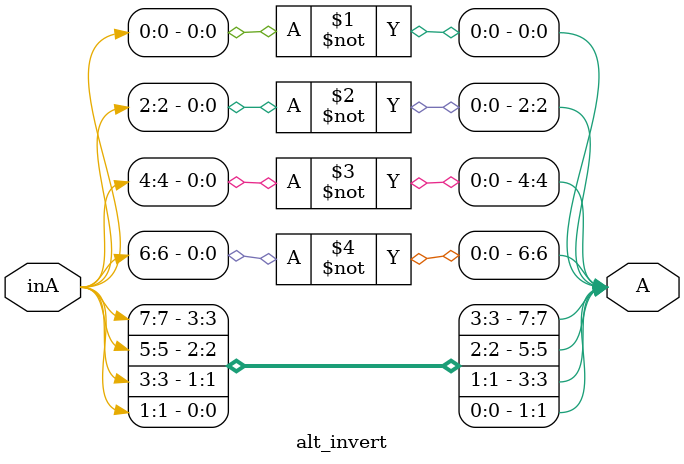
<source format=v>
module alt_invert(inA, A
	);

	parameter n = 8;
	
	// Assigning ports as in/out
	input [n-1 : 0] inA;
	output [n-1 : 0] A;

	genvar i;
	generate
		for (i=0; i<n; i= i+1) begin: l1
			if(i%2 == 0)
				assign A[i] = ~inA[i];
			else
				assign A[i] = inA[i];
		end
	endgenerate

endmodule

</source>
